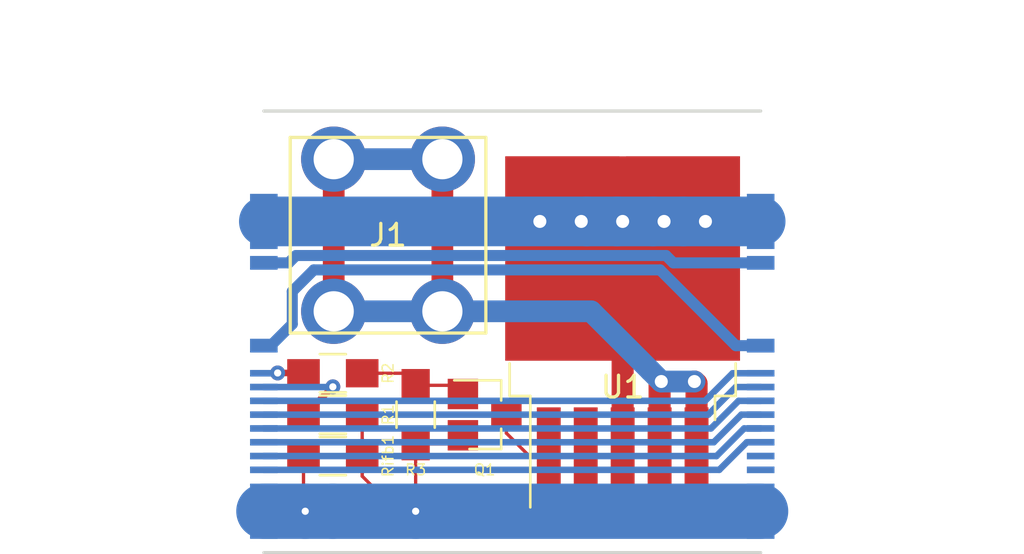
<source format=kicad_pcb>
(kicad_pcb (version 20221018) (generator pcbnew)
  (layers (0 "F.Cu" signal) (31 "B.Cu" signal) (36 "B.SilkS" user "B.Silkscreen") (37 "F.SilkS" user "F.Silkscreen") (38 "B.Mask" user) (39 "F.Mask" user) (44 "Edge.Cuts" user))
  (net 0 "")
  (net 1 "Net-(J1-Pad1)")
  (net 2 "Net-(Q1-Pad1)")
  (net 3 "GND")
  (net 4 "Net-(Q1-Pad3)")
  (net 5 "Net-(R1-Pad1)")
  (net 6 "Net-(R1-Pad2)")
  (net 7 "+12V")
  (net 8 "Net-(X1-Pad3)")
  (net 9 "Net-(X1-Pad7)")
  (net 10 "Net-(X1-Pad8)")
  (net 11 "Net-(X1-Pad9)")
  (net 12 "Net-(X1-Pad10)")
  (net 13 "Net-(X1-Pad11)")
  (net 14 "Net-(X1-Pad12)")
  (net 15 "VCC")
  (net 16 "Net-(R2-Pad2)")
  (footprint "connectors:TERM_SCREW_M3" (layer "F.Cu") (at 137.16 110.49)
    (fp_text reference "J1" (at 0 0) (layer "F.SilkS"))
    (fp_text value "Screw_Terminal_01x01")
    (fp_line (start -4.5 -4.5) (end 4.5 -4.5) (stroke (width 0.15)) (layer "F.SilkS"))
    (fp_line (start -4.5 4.5) (end -4.5 -4.5) (stroke (width 0.15)) (layer "F.SilkS"))
    (fp_line (start 4.5 -4.5) (end 4.5 4.5) (stroke (width 0.15)) (layer "F.SilkS"))
    (fp_line (start 4.5 4.5) (end -4.5 4.5) (stroke (width 0.15)) (layer "F.SilkS"))
    (pad "1" thru_hole circle (at -2.5 -3.5) (size 3 3) (drill 1.85) (layers "*.Cu" "*.Mask") (net 1 "Net-(J1-Pad1)"))
    (pad "1" thru_hole circle (at -2.5 3.5) (size 3 3) (drill 1.85) (layers "*.Cu" "*.Mask") (net 1 "Net-(J1-Pad1)"))
    (pad "1" thru_hole circle (at 2.5 -3.5) (size 3 3) (drill 1.85) (layers "*.Cu" "*.Mask") (net 1 "Net-(J1-Pad1)"))
    (pad "1" thru_hole circle (at 2.5 3.5) (size 3 3) (drill 1.85) (layers "*.Cu" "*.Mask") (net 1 "Net-(J1-Pad1)"))
  )
  (footprint "TO_SOT_Packages_SMD:SOT-23" (layer "F.Cu") (at 141.605 118.745)
    (fp_text reference "Q1" (at 0 2.54) (layer "F.SilkS") (effects (font (size 0.5 0.5) (thickness 0.07))))
    (fp_text value "NTR5103N")
    (fp_line (start 0.76 -1.58) (end -1.4 -1.58) (stroke (width 0.12)) (layer "F.SilkS"))
    (fp_line (start 0.76 -1.58) (end 0.76 -0.65) (stroke (width 0.12)) (layer "F.SilkS"))
    (fp_line (start 0.76 1.58) (end -0.7 1.58) (stroke (width 0.12)) (layer "F.SilkS"))
    (fp_line (start 0.76 1.58) (end 0.76 0.65) (stroke (width 0.12)) (layer "F.SilkS"))
    (pad "1" smd rect (at -1 -0.95) (size 1.4 1.4) (layers "F.Cu" "F.Mask") (net 2 "Net-(Q1-Pad1)"))
    (pad "2" smd rect (at -1 0.95) (size 1.4 1.4) (layers "F.Cu" "F.Mask") (net 3 "GND"))
    (pad "3" smd rect (at 1 0) (size 1.4 1.4) (layers "F.Cu" "F.Mask") (net 4 "Net-(Q1-Pad3)"))
  )
  (footprint "Resistors_SMD:R_0805_HandSoldering" (layer "F.Cu") (at 134.62 118.745 180)
    (fp_text reference "R1" (at -2.54 0 270) (layer "F.SilkS") (effects (font (size 0.5 0.5) (thickness 0.07))))
    (fp_text value "10K")
    (fp_line (start -0.6 -0.88) (end 0.6 -0.88) (stroke (width 0.12)) (layer "F.SilkS"))
    (fp_line (start 0.6 0.88) (end -0.6 0.88) (stroke (width 0.12)) (layer "F.SilkS"))
    (pad "1" smd rect (at -1.35 0 180) (size 1.5 1.3) (layers "F.Cu" "F.Mask") (net 5 "Net-(R1-Pad1)"))
    (pad "2" smd rect (at 1.35 0 180) (size 1.5 1.3) (layers "F.Cu" "F.Mask") (net 6 "Net-(R1-Pad2)"))
  )
  (footprint "Resistors_SMD:R_0805_HandSoldering" (layer "F.Cu") (at 134.62 120.65 180)
    (fp_text reference "Rifb1" (at -2.54 0 270) (layer "F.SilkS") (effects (font (size 0.5 0.5) (thickness 0.07))))
    (fp_text value "4K22")
    (fp_line (start -0.6 -0.88) (end 0.6 -0.88) (stroke (width 0.12)) (layer "F.SilkS"))
    (fp_line (start 0.6 0.88) (end -0.6 0.88) (stroke (width 0.12)) (layer "F.SilkS"))
    (pad "1" smd rect (at -1.35 0 180) (size 1.5 1.3) (layers "F.Cu" "F.Mask") (net 5 "Net-(R1-Pad1)"))
    (pad "2" smd rect (at 1.35 0 180) (size 1.5 1.3) (layers "F.Cu" "F.Mask") (net 3 "GND"))
  )
  (footprint "interface:interface" (layer "F.Cu") (at 131.445 105.41)
    (fp_text reference "X1" hide)
    (fp_text value "interface" hide)
    (pad "1" smd rect (at 0 4.445) (size 1.27 2.54) (layers "B.Cu") (net 7 "+12V"))
    (pad "2" smd rect (at 0 17.78) (size 1.27 2.54) (layers "B.Cu") (net 3 "GND"))
    (pad "3" smd rect (at 0 6.35) (size 1.27 0.635) (layers "B.Cu") (net 8 "Net-(X1-Pad3)"))
    (pad "4" smd rect (at 0 10.16) (size 1.27 0.635) (layers "B.Cu") (net 15 "VCC"))
    (pad "5" smd rect (at 0 11.43) (size 1.27 0.3048) (layers "B.Cu") (net 16 "Net-(R2-Pad2)"))
    (pad "6" smd rect (at 0 12.065) (size 1.27 0.3048) (layers "B.Cu") (net 6 "Net-(R1-Pad2)"))
    (pad "7" smd rect (at 0 12.7) (size 1.27 0.3048) (layers "B.Cu") (net 9 "Net-(X1-Pad7)"))
    (pad "8" smd rect (at 0 13.335) (size 1.27 0.3048) (layers "B.Cu") (net 10 "Net-(X1-Pad8)"))
    (pad "9" smd rect (at 0 13.97) (size 1.27 0.3048) (layers "B.Cu") (net 11 "Net-(X1-Pad9)"))
    (pad "10" smd rect (at 0 14.605) (size 1.27 0.3048) (layers "B.Cu") (net 12 "Net-(X1-Pad10)"))
    (pad "11" smd rect (at 0 15.24) (size 1.27 0.3048) (layers "B.Cu") (net 13 "Net-(X1-Pad11)"))
    (pad "12" smd rect (at 0 15.875) (size 1.27 0.3048) (layers "B.Cu") (net 14 "Net-(X1-Pad12)"))
  )
  (footprint "interface:interface" (layer "F.Cu") (at 154.305 105.41)
    (fp_text reference "X2" hide)
    (fp_text value "interface" hide)
    (pad "1" smd rect (at 0 4.445) (size 1.27 2.54) (layers "B.Cu") (net 7 "+12V"))
    (pad "2" smd rect (at 0 17.78) (size 1.27 2.54) (layers "B.Cu") (net 3 "GND"))
    (pad "3" smd rect (at 0 6.35) (size 1.27 0.635) (layers "B.Cu") (net 8 "Net-(X1-Pad3)"))
    (pad "4" smd rect (at 0 10.16) (size 1.27 0.635) (layers "B.Cu") (net 15 "VCC"))
    (pad "5" smd rect (at 0 11.43) (size 1.27 0.3048) (layers "B.Cu") (net 9 "Net-(X1-Pad7)"))
    (pad "6" smd rect (at 0 12.065) (size 1.27 0.3048) (layers "B.Cu") (net 10 "Net-(X1-Pad8)"))
    (pad "7" smd rect (at 0 12.7) (size 1.27 0.3048) (layers "B.Cu") (net 11 "Net-(X1-Pad9)"))
    (pad "8" smd rect (at 0 13.335) (size 1.27 0.3048) (layers "B.Cu") (net 12 "Net-(X1-Pad10)"))
    (pad "9" smd rect (at 0 13.97) (size 1.27 0.3048) (layers "B.Cu") (net 13 "Net-(X1-Pad11)"))
    (pad "10" smd rect (at 0 14.605) (size 1.27 0.3048) (layers "B.Cu") (net 14 "Net-(X1-Pad12)"))
    (pad "11" smd rect (at 0 15.24) (size 1.27 0.3048) (layers "B.Cu"))
    (pad "12" smd rect (at 0 15.875) (size 1.27 0.3048) (layers "B.Cu"))
  )
  (footprint "TO_SOT_Packages_SMD:TO-263-5_TabPin3" (layer "F.Cu") (at 147.955 114.935 90)
    (fp_text reference "U1" (at -2.54 0 180) (layer "F.SilkS"))
    (fp_text value "AUIPS7111S")
    (fp_line (start -2.95 -5.2) (end -2.95 -4.25) (stroke (width 0.12)) (layer "F.SilkS"))
    (fp_line (start -2.95 -4.25) (end -8.075 -4.25) (stroke (width 0.12)) (layer "F.SilkS"))
    (fp_line (start -2.95 4.25) (end -4.05 4.25) (stroke (width 0.12)) (layer "F.SilkS"))
    (fp_line (start -2.95 5.2) (end -2.95 4.25) (stroke (width 0.12)) (layer "F.SilkS"))
    (fp_line (start -1.45 -5.2) (end -2.95 -5.2) (stroke (width 0.12)) (layer "F.SilkS"))
    (fp_line (start -1.45 5.2) (end -2.95 5.2) (stroke (width 0.12)) (layer "F.SilkS"))
    (pad "1" smd rect (at -5.775 -3.4 90) (size 4.6 1.1) (layers "F.Cu" "F.Mask") (net 4 "Net-(Q1-Pad3)"))
    (pad "2" smd rect (at -5.775 -1.7 90) (size 4.6 1.1) (layers "F.Cu" "F.Mask") (net 5 "Net-(R1-Pad1)"))
    (pad "3" smd rect (at -5.775 0 90) (size 4.6 1.1) (layers "F.Cu" "F.Mask") (net 7 "+12V"))
    (pad "3" smd rect (at 0.95 -2.775 90) (size 4.55 5.25) (layers "F.Cu") (net 7 "+12V"))
    (pad "3" smd rect (at 0.95 2.775 90) (size 4.55 5.25) (layers "F.Cu") (net 7 "+12V"))
    (pad "3" smd rect (at 3.375 0 90) (size 9.4 10.8) (layers "F.Cu" "F.Mask") (net 7 "+12V"))
    (pad "3" smd rect (at 5.8 -2.775 90) (size 4.55 5.25) (layers "F.Cu") (net 7 "+12V"))
    (pad "3" smd rect (at 5.8 2.775 90) (size 4.55 5.25) (layers "F.Cu") (net 7 "+12V"))
    (pad "4" smd rect (at -5.775 1.7 90) (size 4.6 1.1) (layers "F.Cu" "F.Mask") (net 1 "Net-(J1-Pad1)"))
    (pad "5" smd rect (at -5.775 3.4 90) (size 4.6 1.1) (layers "F.Cu" "F.Mask") (net 1 "Net-(J1-Pad1)"))
  )
  (footprint "Resistors_SMD:R_0805_HandSoldering" (layer "F.Cu") (at 134.62 116.84 180)
    (fp_text reference "R2" (at -2.54 0 270) (layer "F.SilkS") (effects (font (size 0.5 0.5) (thickness 0.07))))
    (fp_text value "100")
    (fp_line (start -0.6 -0.88) (end 0.6 -0.88) (stroke (width 0.12)) (layer "F.SilkS"))
    (fp_line (start 0.6 0.88) (end -0.6 0.88) (stroke (width 0.12)) (layer "F.SilkS"))
    (pad "1" smd rect (at -1.35 0 180) (size 1.5 1.3) (layers "F.Cu" "F.Mask") (net 2 "Net-(Q1-Pad1)"))
    (pad "2" smd rect (at 1.35 0 180) (size 1.5 1.3) (layers "F.Cu" "F.Mask") (net 16 "Net-(R2-Pad2)"))
  )
  (footprint "Resistors_SMD:R_0805_HandSoldering" (layer "F.Cu") (at 138.43 118.745 90)
    (fp_text reference "R3" (at -2.54 0 180) (layer "F.SilkS") (effects (font (size 0.5 0.5) (thickness 0.07))))
    (fp_text value "10K")
    (fp_line (start -0.6 -0.88) (end 0.6 -0.88) (stroke (width 0.12)) (layer "F.SilkS"))
    (fp_line (start 0.6 0.88) (end -0.6 0.88) (stroke (width 0.12)) (layer "F.SilkS"))
    (pad "1" smd rect (at -1.35 0 90) (size 1.5 1.3) (layers "F.Cu" "F.Mask") (net 3 "GND"))
    (pad "2" smd rect (at 1.35 0 90) (size 1.5 1.3) (layers "F.Cu" "F.Mask") (net 2 "Net-(Q1-Pad1)"))
  )
  (gr_line (start 131.445 104.775) (end 154.305 104.775) (stroke (width 0.15)) (layer "Edge.Cuts"))
  (gr_line (start 154.305 125.095) (end 131.445 125.095) (stroke (width 0.15)) (layer "Edge.Cuts"))
  (segment (start 139.66 106.99) (end 139.66 113.99) (width 1) (layer "F.Cu") (net 1))
  (segment (start 149.655 120.71) (end 149.655 117.299) (width 1.016) (layer "F.Cu") (net 1))
  (segment (start 134.66 106.99) (end 134.66 113.99) (width 1) (layer "F.Cu") (net 1))
  (segment (start 149.655 117.299) (end 149.733 117.221) (width 1.016) (layer "F.Cu") (net 1))
  (segment (start 151.355 120.71) (end 151.355 117.319018) (width 1.016) (layer "F.Cu") (net 1))
  (segment (start 151.355 117.319018) (end 151.256982 117.221) (width 1.016) (layer "F.Cu") (net 1))
  (via (at 151.256982 117.221) (size 1) (drill 0.6) (layers "F.Cu" "B.Cu") (net 1))
  (via (at 149.733 117.221) (size 1) (drill 0.6) (layers "F.Cu" "B.Cu") (net 1))
  (segment (start 139.66 113.99) (end 134.66 113.99) (width 1) (layer "B.Cu") (net 1))
  (segment (start 149.733 117.221) (end 151.256982 117.221) (width 1) (layer "B.Cu") (net 1))
  (segment (start 139.66 113.99) (end 146.502 113.99) (width 1) (layer "B.Cu") (net 1))
  (segment (start 139.66 106.99) (end 134.66 106.99) (width 1) (layer "B.Cu") (net 1))
  (segment (start 149.233001 116.721001) (end 149.733 117.221) (width 1) (layer "B.Cu") (net 1))
  (segment (start 146.502 113.99) (end 149.233001 116.721001) (width 1) (layer "B.Cu") (net 1))
  (segment (start 138.43 117.395) (end 140.205 117.395) (width 0.1524) (layer "F.Cu") (net 2))
  (segment (start 137.875 116.84) (end 138.43 117.395) (width 0.1524) (layer "F.Cu") (net 2))
  (segment (start 140.205 117.395) (end 140.605 117.795) (width 0.1524) (layer "F.Cu") (net 2))
  (segment (start 135.97 116.84) (end 137.875 116.84) (width 0.1524) (layer "F.Cu") (net 2))
  (segment (start 133.27 123.11) (end 133.35 123.19) (width 0.1524) (layer "F.Cu") (net 3))
  (segment (start 140.205 120.095) (end 140.605 119.695) (width 0.1524) (layer "F.Cu") (net 3))
  (segment (start 133.27 120.65) (end 133.27 123.11) (width 0.1524) (layer "F.Cu") (net 3))
  (segment (start 138.43 120.095) (end 140.205 120.095) (width 0.1524) (layer "F.Cu") (net 3))
  (segment (start 138.43 120.095) (end 138.43 123.18999) (width 0.1524) (layer "F.Cu") (net 3))
  (via (at 138.43 123.18999) (size 0.6858) (drill 0.3302) (layers "F.Cu" "B.Cu") (net 3))
  (via (at 133.35 123.19) (size 0.6858) (drill 0.3302) (layers "F.Cu" "B.Cu") (net 3))
  (segment (start 138.43 123.19) (end 138.43 123.18999) (width 0.1524) (layer "B.Cu") (net 3))
  (segment (start 133.35 123.19) (end 134.62 123.19) (width 2.54) (layer "B.Cu") (net 3))
  (segment (start 134.62 123.19) (end 138.43 123.19) (width 2.54) (layer "B.Cu") (net 3))
  (segment (start 131.445 123.19) (end 133.35 123.19) (width 2.54) (layer "B.Cu") (net 3))
  (segment (start 138.43 123.19) (end 154.305 123.19) (width 2.54) (layer "B.Cu") (net 3))
  (segment (start 142.605 118.745) (end 142.605 119.5974) (width 0.1524) (layer "F.Cu") (net 4))
  (segment (start 144.495 120.65) (end 144.555 120.71) (width 0.1524) (layer "F.Cu") (net 4))
  (segment (start 143.8526 120.71) (end 144.555 120.71) (width 0.1524) (layer "F.Cu") (net 4))
  (segment (start 143.7176 120.71) (end 143.8526 120.71) (width 0.1524) (layer "F.Cu") (net 4))
  (segment (start 142.605 119.5974) (end 143.7176 120.71) (width 0.1524) (layer "F.Cu") (net 4))
  (segment (start 135.97 121.4524) (end 135.97 120.65) (width 0.1524) (layer "F.Cu") (net 5))
  (segment (start 146.255 120.71) (end 146.255 122.46) (width 0.1524) (layer "F.Cu") (net 5))
  (segment (start 135.97 120.65) (end 135.97 119.8476) (width 0.1524) (layer "F.Cu") (net 5))
  (segment (start 146.255 122.46) (end 144.89 123.825) (width 0.1524) (layer "F.Cu") (net 5))
  (segment (start 138.219178 123.825) (end 135.97 121.575822) (width 0.1524) (layer "F.Cu") (net 5))
  (segment (start 144.89 123.825) (end 138.219178 123.825) (width 0.1524) (layer "F.Cu") (net 5))
  (segment (start 135.97 121.575822) (end 135.97 121.4524) (width 0.1524) (layer "F.Cu") (net 5))
  (segment (start 135.97 119.8476) (end 135.97 118.745) (width 0.1524) (layer "F.Cu") (net 5))
  (segment (start 133.35 118.745) (end 133.35 118.73469) (width 0.3) (layer "F.Cu") (net 6))
  (segment (start 134.277101 117.807589) (end 134.62 117.46469) (width 0.3) (layer "F.Cu") (net 6))
  (segment (start 133.35 118.73469) (end 134.277101 117.807589) (width 0.3) (layer "F.Cu") (net 6))
  (segment (start 133.35 118.745) (end 133.27 118.745) (width 0.1524) (layer "F.Cu") (net 6))
  (via (at 134.62 117.46469) (size 0.6858) (drill 0.3302) (layers "F.Cu" "B.Cu") (net 6))
  (segment (start 134.60969 117.475) (end 134.62 117.46469) (width 0.3) (layer "B.Cu") (net 6))
  (segment (start 131.445 117.475) (end 134.60969 117.475) (width 0.3) (layer "B.Cu") (net 6))
  (segment (start 147.955 114.3) (end 145.495 114.3) (width 1.016) (layer "F.Cu") (net 7))
  (segment (start 147.955 120.71) (end 147.955 114.3) (width 1.016) (layer "F.Cu") (net 7))
  (segment (start 145.495 114.3) (end 145.18 113.985) (width 1.016) (layer "F.Cu") (net 7))
  (via (at 149.86 109.855) (size 1) (drill 0.6) (layers "F.Cu" "B.Cu") (net 7))
  (via (at 151.765 109.855) (size 1) (drill 0.6) (layers "F.Cu" "B.Cu") (net 7))
  (via (at 146.05 109.855) (size 1) (drill 0.6) (layers "F.Cu" "B.Cu") (net 7))
  (via (at 144.145 109.855) (size 1) (drill 0.6) (layers "F.Cu" "B.Cu") (net 7))
  (via (at 147.955 109.855) (size 1) (drill 0.6) (layers "F.Cu" "B.Cu") (net 7))
  (segment (start 147.701 109.855) (end 149.352 109.855) (width 2.286) (layer "B.Cu") (net 7))
  (segment (start 150.73 109.836) (end 150.749 109.855) (width 0.1524) (layer "B.Cu") (net 7))
  (segment (start 150.749 109.855) (end 154.305 109.855) (width 2.286) (layer "B.Cu") (net 7))
  (segment (start 146.304 109.855) (end 147.701 109.855) (width 2.286) (layer "B.Cu") (net 7))
  (segment (start 150.73 109.135) (end 150.73 109.836) (width 0.1524) (layer "B.Cu") (net 7))
  (segment (start 149.352 109.855) (end 150.749 109.855) (width 2.286) (layer "B.Cu") (net 7))
  (segment (start 131.445 109.855) (end 146.304 109.855) (width 2.286) (layer "B.Cu") (net 7))
  (segment (start 150.28596 111.76) (end 149.949149 111.423189) (width 0.508) (layer "B.Cu") (net 8))
  (segment (start 132.924811 111.423189) (end 132.588 111.76) (width 0.508) (layer "B.Cu") (net 8))
  (segment (start 149.949149 111.423189) (end 132.924811 111.423189) (width 0.508) (layer "B.Cu") (net 8))
  (segment (start 132.588 111.76) (end 131.445 111.76) (width 0.508) (layer "B.Cu") (net 8))
  (segment (start 154.305 111.76) (end 150.28596 111.76) (width 0.508) (layer "B.Cu") (net 8))
  (segment (start 153.37 116.84) (end 154.305 116.84) (width 0.3) (layer "B.Cu") (net 9))
  (segment (start 151.745782 118.11) (end 153.015782 116.84) (width 0.3) (layer "B.Cu") (net 9))
  (segment (start 131.445 118.11) (end 151.745782 118.11) (width 0.3) (layer "B.Cu") (net 9))
  (segment (start 153.015782 116.84) (end 153.37 116.84) (width 0.3) (layer "B.Cu") (net 9))
  (segment (start 153.162 117.475) (end 154.305 117.475) (width 0.3) (layer "B.Cu") (net 10))
  (segment (start 151.892 118.745) (end 153.162 117.475) (width 0.3) (layer "B.Cu") (net 10))
  (segment (start 131.445 118.745) (end 151.892 118.745) (width 0.3) (layer "B.Cu") (net 10))
  (segment (start 131.445 119.38) (end 152.019 119.38) (width 0.3) (layer "B.Cu") (net 11))
  (segment (start 153.289 118.11) (end 154.305 118.11) (width 0.3) (layer "B.Cu") (net 11))
  (segment (start 152.019 119.38) (end 153.289 118.11) (width 0.3) (layer "B.Cu") (net 11))
  (segment (start 131.445 120.015) (end 152.146 120.015) (width 0.3) (layer "B.Cu") (net 12))
  (segment (start 153.416 118.745) (end 154.305 118.745) (width 0.3) (layer "B.Cu") (net 12))
  (segment (start 152.146 120.015) (end 153.416 118.745) (width 0.3) (layer "B.Cu") (net 12))
  (segment (start 152.273 120.65) (end 153.543 119.38) (width 0.3) (layer "B.Cu") (net 13))
  (segment (start 131.445 120.65) (end 152.273 120.65) (width 0.3) (layer "B.Cu") (net 13))
  (segment (start 153.543 119.38) (end 154.305 119.38) (width 0.3) (layer "B.Cu") (net 13))
  (segment (start 152.4 121.285) (end 153.67 120.015) (width 0.3) (layer "B.Cu") (net 14))
  (segment (start 153.67 120.015) (end 154.305 120.015) (width 0.3) (layer "B.Cu") (net 14))
  (segment (start 131.445 121.285) (end 152.4 121.285) (width 0.3) (layer "B.Cu") (net 14))
  (segment (start 131.7625 115.57) (end 132.753599 114.578901) (width 0.508) (layer "B.Cu") (net 15))
  (segment (start 132.753599 113.074927) (end 133.744927 112.083599) (width 0.508) (layer "B.Cu") (net 15))
  (segment (start 153.162 115.57) (end 154.305 115.57) (width 0.508) (layer "B.Cu") (net 15))
  (segment (start 132.753599 114.578901) (end 132.753599 113.074927) (width 0.508) (layer "B.Cu") (net 15))
  (segment (start 131.445 115.57) (end 131.7625 115.57) (width 0.508) (layer "B.Cu") (net 15))
  (segment (start 133.744927 112.083599) (end 149.675599 112.083599) (width 0.508) (layer "B.Cu") (net 15))
  (segment (start 149.675599 112.083599) (end 153.162 115.57) (width 0.508) (layer "B.Cu") (net 15))
  (segment (start 132.08 116.827298) (end 133.257298 116.827298) (width 0.3) (layer "F.Cu") (net 16))
  (segment (start 133.257298 116.827298) (end 133.27 116.84) (width 0.1524) (layer "F.Cu") (net 16))
  (via (at 132.08 116.827298) (size 0.6858) (drill 0.3302) (layers "F.Cu" "B.Cu") (net 16))
  (segment (start 132.067298 116.84) (end 132.08 116.827298) (width 0.1524) (layer "B.Cu") (net 16))
  (segment (start 131.445 116.84) (end 132.067298 116.84) (width 0.3) (layer "B.Cu") (net 16))
)
</source>
